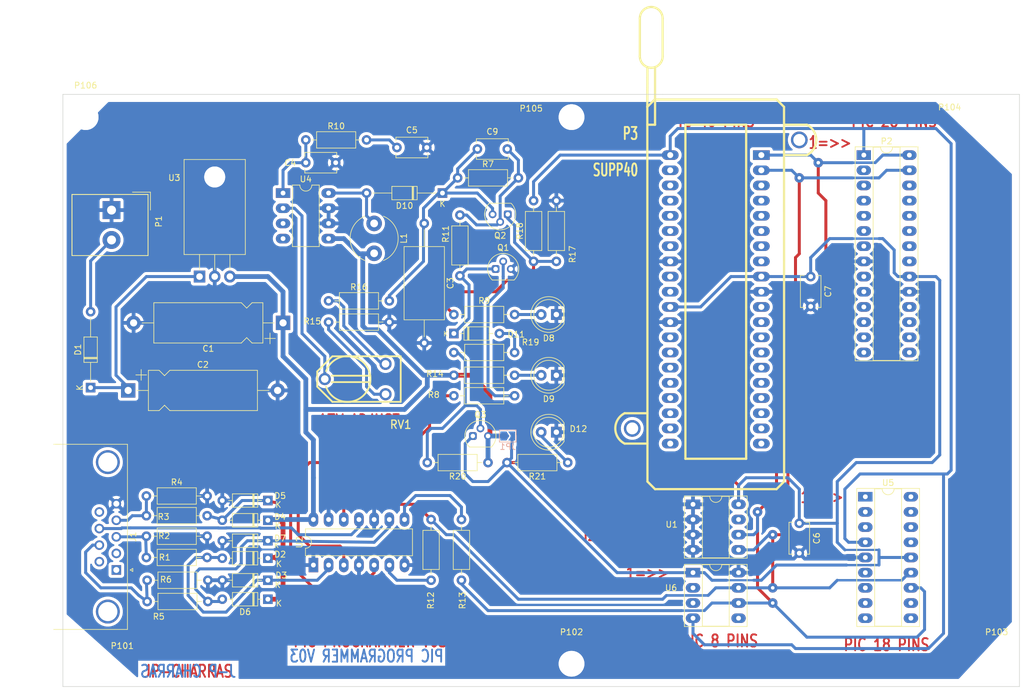
<source format=kicad_pcb>
(kicad_pcb (version 20241229) (generator "pcbnew") (generator_version "9.0")
  (title_block (title "SERIAL PIC PROGRAMMER"))
  (layers (0 "F.Cu" signal "top_layer") (2 "B.Cu" signal "bottom_layer") (13 "F.Paste" user) (15 "B.Paste" user) (5 "F.SilkS" user "F.Silkscreen") (7 "B.SilkS" user "B.Silkscreen") (1 "F.Mask" user) (3 "B.Mask" user) (25 "Edge.Cuts" user))
  (net 0 "")
  (net 1 "/PC-CLOCK-OUT")
  (net 2 "GND")
  (net 3 "Net-(D1-K)")
  (net 4 "Net-(U4-Vc)")
  (net 5 "Net-(C5-Pad1)")
  (net 6 "Net-(Q2-B)")
  (net 7 "Net-(D1-A)")
  (net 8 "Net-(D2-A)")
  (net 9 "Net-(D4-A)")
  (net 10 "Net-(D6-A)")
  (net 11 "Net-(R12-Pad1)")
  (net 12 "Net-(R13-Pad1)")
  (net 13 "Net-(R15-Pad1)")
  (net 14 "Net-(R16-Pad1)")
  (net 15 "Net-(R8-Pad1)")
  (net 16 "Net-(D8-A)")
  (net 17 "VCC")
  (net 18 "VPP")
  (net 19 "Net-(D9-A)")
  (net 20 "Net-(D10-A)")
  (net 21 "Net-(D11-A)")
  (net 22 "Net-(D11-K)")
  (net 23 "Net-(D12-A)")
  (net 24 "/pic_sockets/VCC_PIC")
  (net 25 "/CLOCK-RB6")
  (net 26 "/DATA-RB7")
  (net 29 "Net-(Q1-B)")
  (net 31 "/PC-DATA-IN")
  (net 32 "/PC-DATA-OUT")
  (net 33 "/VPP_ON")
  (net 34 "Net-(Q2-C)")
  (net 36 "Net-(Q3-B)")
  (net 37 "Net-(U4-FB+)")
  (net 38 "/VPP{slash}MCLR")
  (footprint "footprints:CP_Axial_L18.0mm_D6.5mm_P25.00mm_Horizontal" (layer "F.Cu") (at 110.49 78.867 180)
    (property "Reference" "C1")
    (property "Value" "100µF")
  )
  (footprint "footprints:CP_Axial_L18.0mm_D6.5mm_P25.00mm_Horizontal" (layer "F.Cu") (at 84.58199999999999 90.17)
    (property "Reference" "C2")
    (property "Value" "220uF")
  )
  (footprint "footprints:MountingHole_4.3mm_M4" (layer "F.Cu") (at 77.47 135.89)
    (property "Reference" "P101")
    (property "Value" "CONN_1")
  )
  (footprint "footprints:MountingHole_4.3mm_M4" (layer "F.Cu") (at 158.75 135.89)
    (property "Reference" "P102")
    (property "Value" "CONN_1")
  )
  (footprint "footprints:MountingHole_4.3mm_M4" (layer "F.Cu") (at 229.87 135.89)
    (property "Reference" "P103")
    (property "Value" "CONN_1")
  )
  (footprint "footprints:MountingHole_4.3mm_M4" (layer "F.Cu") (at 229.87 44.45)
    (property "Reference" "P104")
    (property "Value" "CONN_1")
  )
  (footprint "footprints:MountingHole_4.3mm_M4" (layer "F.Cu") (at 158.75 44.45)
    (property "Reference" "P105")
    (property "Value" "CONN_1")
  )
  (footprint "footprints:MountingHole_4.3mm_M4" (layer "F.Cu") (at 77.47 44.45)
    (property "Reference" "P106")
    (property "Value" "CONN_1")
  )
  (footprint "footprints:40tex-Ell600" (layer "F.Cu") (at 175.26 50.8)
    (property "Reference" "P3")
    (property "Value" "SUPP40")
  )
  (footprint "footprints:DIP-8_W7.62mm_Socket_LongPads" (layer "F.Cu") (at 179.07 120.65)
    (property "Reference" "U6")
    (property "Value" "PIC_8_PINS")
  )
  (footprint "footprints:DIP-8_W7.62mm_Socket_LongPads" (layer "F.Cu") (at 179.07 109.22)
    (property "Reference" "U1")
    (property "Value" "24Cxx")
  )
  (footprint "footprints:DIP-8_W7.62mm_LongPads" (layer "F.Cu") (at 110.49 57.15)
    (property "Reference" "U4")
    (property "Value" "LT1373")
  )
  (footprint "footprints:DIP-28_W7.62mm_Socket_LongPads" (layer "F.Cu") (at 207.645 50.8)
    (property "Reference" "P2")
    (property "Value" "SUPP28")
  )
  (footprint "footprints:DIP-18_W7.62mm_Socket_LongPads" (layer "F.Cu") (at 207.899 107.95)
    (property "Reference" "U5")
    (property "Value" "PIC_18_PINS")
  )
  (footprint "footprints:DIP-14_W7.62mm_LongPads" (layer "F.Cu") (at 115.57 119.38 90)
    (property "Reference" "U2")
    (property "Value" "74HC125")
  )
  (footprint "footprints:D_DO-35_SOD27_P7.62mm_Horizontal" (layer "F.Cu") (at 107.95 118.237 180)
    (property "Reference" "D2")
    (property "Value" "BAT43")
  )
  (footprint "footprints:D_DO-35_SOD27_P7.62mm_Horizontal" (layer "F.Cu") (at 107.95 121.92 180)
    (property "Reference" "D3")
    (property "Value" "BAT43")
  )
  (footprint "footprints:D_DO-35_SOD27_P7.62mm_Horizontal" (layer "F.Cu") (at 107.95 111.887 180)
    (property "Reference" "D4")
    (property "Value" "BAT43")
  )
  (footprint "footprints:D_DO-35_SOD27_P7.62mm_Horizontal" (layer "F.Cu") (at 107.95 108.585 180)
    (property "Reference" "D5")
    (property "Value" "BAT43")
  )
  (footprint "footprints:D_DO-35_SOD27_P7.62mm_Horizontal" (layer "F.Cu") (at 139.065 80.645)
    (property "Reference" "D11")
    (property "Value" "BAT43")
  )
  (footprint "footprints:D_DO-35_SOD27_P7.62mm_Horizontal" (layer "F.Cu") (at 107.95 115.316 180)
    (property "Reference" "D7")
    (property "Value" "BAT43")
  )
  (footprint "footprints:D_DO-35_SOD27_P7.62mm_Horizontal" (layer "F.Cu") (at 107.95 125.095 180)
    (property "Reference" "D6")
    (property "Value" "BAT43")
  )
  (footprint "footprints:DSUB-9_Female_Horizontal_P2.77x2.84mm_EdgePinOffset7.70mm_Housed_MountingHolesOffset9.12mm" (layer "F.Cu") (at 82.59999999999999 120.2 -90)
    (property "Reference" "J1")
    (property "Value" "DB9-FEMAL")
  )
  (footprint "footprints:TO-92" (layer "F.Cu") (at 142.24 97.79000000000001)
    (property "Reference" "Q3")
    (property "Value" "BC307")
  )
  (footprint "footprints:TO-92" (layer "F.Cu") (at 148.082 60.706 180)
    (property "Reference" "Q2")
    (property "Value" "BC307")
  )
  (footprint "footprints:TO-92" (layer "F.Cu") (at 146.05 69.84999999999999)
    (property "Reference" "Q1")
    (property "Value" "BC237")
  )
  (footprint "footprints:R_Axial_DIN0207_L6.3mm_D2.5mm_P10.16mm_Horizontal" (layer "F.Cu") (at 152.4 68.58 90)
    (property "Reference" "R18")
    (property "Value" "220")
  )
  (footprint "footprints:R_Axial_DIN0207_L6.3mm_D2.5mm_P10.16mm_Horizontal" (layer "F.Cu") (at 114.3 48.26)
    (property "Reference" "R10")
    (property "Value" "5,1K")
  )
  (footprint "footprints:R_Axial_DIN0207_L6.3mm_D2.5mm_P10.16mm_Horizontal" (layer "F.Cu") (at 139.065 77.47)
    (property "Reference" "R9")
    (property "Value" "2.2K")
  )
  (footprint "footprints:R_Axial_DIN0207_L6.3mm_D2.5mm_P10.16mm_Horizontal" (layer "F.Cu") (at 87.63 118.11)
    (property "Reference" "R1")
    (property "Value" "10K")
  )
  (footprint "footprints:R_Axial_DIN0207_L6.3mm_D2.5mm_P10.16mm_Horizontal" (layer "F.Cu") (at 87.63 114.554)
    (property "Reference" "R2")
    (property "Value" "10K")
  )
  (footprint "footprints:R_Axial_DIN0207_L6.3mm_D2.5mm_P10.16mm_Horizontal" (layer "F.Cu") (at 87.63 111.125)
    (property "Reference" "R3")
    (property "Value" "10K")
  )
  (footprint "footprints:R_Axial_DIN0207_L6.3mm_D2.5mm_P10.16mm_Horizontal" (layer "F.Cu") (at 87.63 107.823)
    (property "Reference" "R4")
    (property "Value" "10K")
  )
  (footprint "footprints:R_Axial_DIN0207_L6.3mm_D2.5mm_P10.16mm_Horizontal" (layer "F.Cu") (at 87.75700000000001 125.476)
    (property "Reference" "R5")
    (property "Value" "10K")
  )
  (footprint "footprints:R_Axial_DIN0207_L6.3mm_D2.5mm_P10.16mm_Horizontal" (layer "F.Cu") (at 139.7 54.61)
    (property "Reference" "R7")
    (property "Value" "10K")
  )
  (footprint "footprints:R_Axial_DIN0207_L6.3mm_D2.5mm_P10.16mm_Horizontal" (layer "F.Cu") (at 87.75700000000001 121.92)
    (property "Reference" "R6")
    (property "Value" "10K")
  )
  (footprint "footprints:R_Axial_DIN0207_L6.3mm_D2.5mm_P10.16mm_Horizontal" (layer "F.Cu") (at 158.115 102.235 180)
    (property "Reference" "R21")
    (property "Value" "470")
  )
  (footprint "footprints:R_Axial_DIN0207_L6.3mm_D2.5mm_P10.16mm_Horizontal" (layer "F.Cu") (at 144.78 102.235 180)
    (property "Reference" "R20")
    (property "Value" "2.2K")
  )
  (footprint "footprints:R_Axial_DIN0207_L6.3mm_D2.5mm_P10.16mm_Horizontal" (layer "F.Cu") (at 149.225 83.81999999999999 180)
    (property "Reference" "R19")
    (property "Value" "2.2K")
  )
  (footprint "footprints:R_Axial_DIN0207_L6.3mm_D2.5mm_P10.16mm_Horizontal" (layer "F.Cu") (at 156.21 68.58 90)
    (property "Reference" "R17")
    (property "Value" "22K")
  )
  (footprint "footprints:R_Axial_DIN0207_L6.3mm_D2.5mm_P10.16mm_Horizontal" (layer "F.Cu") (at 118.11 75.184)
    (property "Reference" "R16")
    (property "Value" "62K")
  )
  (footprint "footprints:R_Axial_DIN0207_L6.3mm_D2.5mm_P10.16mm_Horizontal" (layer "F.Cu") (at 118.11 78.73999999999999)
    (property "Reference" "R15")
    (property "Value" "6.2K")
  )
  (footprint "footprints:R_Axial_DIN0207_L6.3mm_D2.5mm_P10.16mm_Horizontal" (layer "F.Cu") (at 139.065 87.63)
    (property "Reference" "R14")
    (property "Value" "470")
  )
  (footprint "footprints:R_Axial_DIN0207_L6.3mm_D2.5mm_P10.16mm_Horizontal" (layer "F.Cu") (at 140.335 111.76 -90)
    (property "Reference" "R13")
    (property "Value" "470")
  )
  (footprint "footprints:R_Axial_DIN0207_L6.3mm_D2.5mm_P10.16mm_Horizontal" (layer "F.Cu") (at 139.065 91.059)
    (property "Reference" "R8")
    (property "Value" "1K")
  )
  (footprint "footprints:R_Axial_DIN0207_L6.3mm_D2.5mm_P10.16mm_Horizontal" (layer "F.Cu") (at 135.255 121.92 90)
    (property "Reference" "R12")
    (property "Value" "470")
  )
  (footprint "footprints:LED_D5.0mm" (layer "F.Cu") (at 156.21 77.47 180)
    (property "Reference" "D8")
    (property "Value" "RED-LED")
  )
  (footprint "footprints:LED_D5.0mm" (layer "F.Cu") (at 156.21 87.63 180)
    (property "Reference" "D9")
    (property "Value" "GREEN-LED")
  )
  (footprint "footprints:LED_D5.0mm" (layer "F.Cu") (at 156.21 97.155 180)
    (property "Reference" "D12")
    (property "Value" "YELLOW-LED")
  )
  (footprint "footprints:C_Disc_D5.1mm_W3.2mm_P5.00mm" (layer "F.Cu") (at 114.3 52.07)
    (property "Reference" "C4")
    (property "Value" "0")
  )
  (footprint "footprints:C_Disc_D5.1mm_W3.2mm_P5.00mm" (layer "F.Cu") (at 129.54 49.53)
    (property "Reference" "C5")
    (property "Value" "10nF")
  )
  (footprint "footprints:C_Disc_D5.1mm_W3.2mm_P5.00mm" (layer "F.Cu") (at 198.755 71.12 -90)
    (property "Reference" "C7")
    (property "Value" "100nF")
  )
  (footprint "footprints:C_Disc_D5.1mm_W3.2mm_P5.00mm" (layer "F.Cu") (at 143.002 49.784)
    (property "Reference" "C9")
    (property "Value" "220nF")
  )
  (footprint "footprints:C_Disc_D5.1mm_W3.2mm_P5.00mm" (layer "F.Cu") (at 196.85 112.395 -90)
    (property "Reference" "C6")
    (property "Value" "100nF")
  )
  (footprint "footprints:D_DO-35_SOD27_P12.70mm_Horizontal" (layer "F.Cu") (at 137.16 57.15 180)
    (property "Reference" "D10")
    (property "Value" "SCHOTTKY")
  )
  (footprint "footprints:RV2X4" (layer "F.Cu") (at 127.635 90.80500000000001 180)
    (property "Reference" "RV1")
    (property "Value" "1K")
  )
  (footprint "footprints:Altech_AK300_1x02_P5.00mm_45-Degree" (layer "F.Cu") (at 81.8 60 -90)
    (property "Reference" "P1")
    (property "Value" "CONN_2")
  )
  (footprint "footprints:TO-220-3_Horizontal_TabDown" (layer "F.Cu") (at 96.52 71.12)
    (property "Reference" "U3")
    (property "Value" "7805")
  )
  (footprint "footprints:R_Axial_DIN0207_L6.3mm_D2.5mm_P10.16mm_Horizontal" (layer "F.Cu") (at 140.081 70.99299999999999 90)
    (property "Reference" "R11")
    (property "Value" "22K")
  )
  (footprint "footprints:C_Axial_L12.0mm_D6.5mm_P20.00mm_Horizontal" (layer "F.Cu") (at 134.112 62.23 -90)
    (property "Reference" "C3")
    (property "Value" "22uF/25V")
  )
  (footprint "footprints:L_Radial_D7.8mm_P5.00mm_Fastron_07HCP" (layer "F.Cu") (at 125.73 62.23 -90)
    (property "Reference" "L1")
    (property "Value" "22uH")
  )
  (footprint "footprints:D_DO-35_SOD27_P12.70mm_Horizontal" (layer "F.Cu") (at 78.3 89.7 90)
    (property "Reference" "D1")
    (property "Value" "1N4004")
  )
  (footprint "footprints:SolderJumper-2_P1.3mm_Open_TrianglePad1.0x1.5mm" (layer "B.Cu") (at 148.082 97.79000000000001)
    (property "Reference" "JP1")
    (property "Value" "JUMPER")
  )
  (gr_line (start 73.66 139.7) (end 73.66 40.64) (stroke (width 0.1)) (layer "Edge.Cuts"))
  (gr_line (start 173.99 40.64) (end 233.68 40.64) (stroke (width 0.1)) (layer "Edge.Cuts"))
  (gr_line (start 73.66 40.64) (end 173.99 40.64) (stroke (width 0.1)) (layer "Edge.Cuts"))
  (gr_line (start 233.68 139.7) (end 73.66 139.7) (stroke (width 0.1)) (layer "Edge.Cuts"))
  (gr_line (start 233.68 40.64) (end 233.68 139.7) (stroke (width 0.1)) (layer "Edge.Cuts"))
  (gr_text "+8/12V" (at 81.5 55.5 0) (layer "F.Cu") (effects (font (size 2.032 1.524) (thickness 0.3048))))
  (gr_text "VCC ON" (at 162.9 99.09999999999999 0) (layer "F.Cu") (effects (font (size 2.032 1.524) (thickness 0.3048))))
  (gr_text "JP-CHARRAS" (at 94.61499999999999 137.16 0) (layer "F.Cu") (effects (font (size 2.032 1.524) (thickness 0.3048))))
  (gr_text "1=>>" (at 167.64 48.895 0) (layer "F.Cu") (effects (font (size 2.032 1.524) (thickness 0.3048))))
  (gr_text "PWR ON" (at 163.83 88.90000000000001 0) (layer "F.Cu") (effects (font (size 2.032 1.524) (thickness 0.3048))))
  (gr_text "PIC PROGRAMMER V03" (at 125.095 132.08 0) (layer "F.Cu") (effects (font (size 2.032 1.524) (thickness 0.3048))))
  (gr_text "1=>>" (at 200.66 107.95 0) (layer "F.Cu") (effects (font (size 2.032 1.524) (thickness 0.3048))))
  (gr_text "PIC 18 PINS" (at 211.455 132.715 0) (layer "F.Cu") (effects (font (size 2.032 1.524) (thickness 0.3048))))
  (gr_text "I2C PROM" (at 166.37 114.3 0) (layer "F.Cu") (effects (font (size 2.032 1.524) (thickness 0.3048))))
  (gr_text "VPP ON" (at 163.195 80.645 0) (layer "F.Cu") (effects (font (size 2.032 1.524) (thickness 0.3048))))
  (gr_text "1=>>" (at 171.45 109.22 0) (layer "F.Cu") (effects (font (size 2.032 1.524) (thickness 0.3048))))
  (gr_text "13V ADJUST" (at 123.19 95.25 0) (layer "F.Cu") (effects (font (size 2.032 1.524) (thickness 0.3048))))
  (gr_text "PIC 8 PINS" (at 183.515 132.08 0) (layer "F.Cu") (effects (font (size 2.032 1.524) (thickness 0.3048))))
  (gr_text "PIC 28 PINS" (at 212.725 45.085 0) (layer "F.Cu") (effects (font (size 2.032 1.524) (thickness 0.3048))))
  (gr_text "1=>>" (at 171.45 120.65 0) (layer "F.Cu") (effects (font (size 2.032 1.524) (thickness 0.3048))))
  (gr_text "PIC 40 PINS" (at 182.245 45.085 0) (layer "F.Cu") (effects (font (size 2.032 1.524) (thickness 0.3048))))
  (gr_text "1=>>" (at 202 48.7 0) (layer "F.Cu") (effects (font (size 2.032 1.524) (thickness 0.3048))))
  (gr_text "J-P CHARRAS" (at 94.61499999999999 137.16 0) (layer "B.Cu") (effects (font (size 2.032 1.524) (thickness 0.3048)) (justify mirror)))
  (gr_text "PIC PROGRAMMER V03" (at 124.46 134.62 0) (layer "B.Cu") (effects (font (size 2.032 1.524) (thickness 0.3048)) (justify mirror)))
  (segment (start 85.09 123.19) (end 86.36 124.46) (width 0.5) (layer "B.Cu") (net 1))
  (segment (start 77.47 117.475) (end 77.47 120.65) (width 0.5) (layer "B.Cu") (net 1))
  (segment (start 78.62863 116.045) (end 77.47 117.20363) (width 0.5) (layer "B.Cu") (net 1))
  (segment (start 86.36 124.46) (end 87.75700000000001 125.476) (width 0.5) (layer "B.Cu") (net 1))
  (segment (start 80.01000000000001 123.19) (end 85.09 123.19) (width 0.5) (layer "B.Cu") (net 1))
  (segment (start 87.75700000000001 125.476) (end 87.63 121.92) (width 0.5) (layer "B.Cu") (net 1))
  (segment (start 79.76000000000001 116.045) (end 78.62863 116.045) (width 0.5) (layer "B.Cu") (net 1))
  (segment (start 77.47 120.65) (end 80.01000000000001 123.19) (width 0.5) (layer "B.Cu") (net 1))
  (segment (start 77.47 117.20363) (end 77.47 117.475) (width 0.5) (layer "B.Cu") (net 1))
  (segment (start 82.55 76.2) (end 87.63 71.12) (width 0.5) (layer "B.Cu") (net 3))
  (segment (start 84.11199999999999 89.7) (end 84.58199999999999 90.17) (width 0.5) (layer "B.Cu") (net 3))
  (segment (start 84.455 89.535) (end 82.55 87.63) (width 0.5) (layer "B.Cu") (net 3))
  (segment (start 78.3 89.7) (end 84.11199999999999 89.7) (width 0.5) (layer "B.Cu") (net 3))
  (segment (start 87.63 71.12) (end 96.52 71.12) (width 0.5) (layer "B.Cu") (net 3))
  (segment (start 82.55 87.63) (end 82.55 76.2) (width 0.5) (layer "B.Cu") (net 3))
  (segment (start 84.455 90.17) (end 84.455 89.535) (width 0.5) (layer "B.Cu") (net 3))
  (segment (start 114.3 48.26) (end 114.3 52.07) (width 0.5) (layer "B.Cu") (net 4))
  (segment (start 110.49 57.15) (end 110.49 53.34) (width 0.5) (layer "B.Cu") (net 4))
  (segment (start 110.49 53.34) (end 111.76 52.07) (width 0.5) (layer "B.Cu") (net 4))
  (segment (start 111.76 52.07) (end 114.3 52.07) (width 0.5) (layer "B.Cu") (net 4))
  (segment (start 124.46 48.26) (end 128.27 48.26) (width 0.5) (layer "B.Cu") (net 5))
  (segment (start 128.27 48.26) (end 129.54 49.53) (width 0.5) (layer "B.Cu") (net 5))
  (segment (start 149.86 51.642) (end 149.86 54.61) (width 0.5) (layer "B.Cu") (net 6))
  (segment (start 141.21237 60.833) (end 142.855369 62.475999) (width 0.5) (layer "B.Cu") (net 6))
  (segment (start 146.312001 62.475999) (end 146.812 61.976) (width 0.5) (layer "B.Cu") (net 6))
  (segment (start 146.812 57.658) (end 149.86 54.61) (width 0.5) (layer "B.Cu") (net 6))
  (segment (start 148.002 49.784) (end 149.86 51.642) (width 0.5) (layer "B.Cu") (net 6))
  (segment (start 146.812 61.976) (end 146.812 57.658) (width 0.5) (layer "B.Cu") (net 6))
  (segment (start 140.081 60.833) (end 141.21237 60.833) (width 0.5) (layer "B.Cu") (net 6))
  (segment (start 142.855369 62.475999) (end 146.312001 62.475999) (width 0.5) (layer "B.Cu") (net 6))
  (segment (start 78.3 68.5) (end 78.3 77) (width 0.5) (layer "B.Cu") (net 7))
  (segment (start 81.8 65) (end 78.3 68.5) (width 0.5) (layer "B.Cu") (net 7))
  (segment (start 106.045 121.92) (end 107.95 121.92) (width 0.5) (layer "B.Cu") (net 8))
  (segment (start 95.88500000000001 118.11) (end 94.61499999999999 119.38) (width 0.5) (layer "B.Cu") (net 8))
  (segment (start 97.79000000000001 118.11) (end 95.88500000000001 118.11) (width 0.5) (layer "B.Cu") (net 8))
  (segment (start 107.95 121.92) (end 116.205 121.92) (width 0.5) (layer "B.Cu") (net 8))
  (segment (start 97.155 127.254) (end 100.965 127.254) (width 0.5) (layer "B.Cu") (net 8))
  (segment (start 118.11 120.015) (end 118.11 119.38) (width 0.5) (layer "B.Cu") (net 8))
  (segment (start 94.61499999999999 124.46) (end 97.155 127.254) (width 0.5) (layer "B.Cu") (net 8))
  (segment (start 94.61499999999999 119.38) (end 94.61499999999999 124.46) (width 0.5) (layer "B.Cu") (net 8))
  (segment (start 116.205 121.92) (end 118.11 120.015) (width 0.5) (layer "B.Cu") (net 8))
  (segment (start 100.33 118.11) (end 97.79000000000001 118.11) (width 0.5) (layer "B.Cu") (net 8))
  (segment (start 100.965 127.254) (end 106.045 121.92) (width 0.5) (layer "B.Cu") (net 8))
  (segment (start 111.76 119.38) (end 115.57 123.19) (width 0.5) (layer "F.Cu") (net 9))
  (segment (start 125.73 120.65) (end 125.73 119.38) (width 0.5) (layer "F.Cu") (net 9))
  (segment (start 111.76 109.855) (end 111.76 119.38) (width 0.5) (layer "F.Cu") (net 9))
  (segment (start 115.57 123.19) (end 123.19 123.19) (width 0.5) (layer "F.Cu") (net 9))
  (segment (start 107.95 108.712) (end 111.125 109.22) (width 0.5) (layer "F.Cu") (net 9))
  (segment (start 111.125 109.22) (end 111.76 109.855) (width 0.5) (layer "F.Cu") (net 9))
  (segment (start 123.19 123.19) (end 125.73 120.65) (width 0.5) (layer "F.Cu") (net 9))
  (segment (start 107.95 108.585) (end 103.632 108.585) (width 0.5) (layer "B.Cu") (net 9))
  (segment (start 100.33 111.76) (end 97.79000000000001 111.125) (width 0.5) (layer "B.Cu") (net 9))
  (segment (start 103.632 108.585) (end 100.33 111.887) (width 0.5) (layer "B.Cu") (net 9))
  (segment (start 99.949 125.476) (end 100.33 125.095) (width 0.5) (layer "B.Cu") (net 10))
  (segment (start 95.88500000000001 123.444) (end 97.917 125.476) (width 0.5) (layer "B.Cu") (net 10))
  (segment (start 102.616 120.015) (end 103.505 119.126) (width 0.5) (layer "B.Cu") (net 10))
  (segment (start 97.917 125.476) (end 99.949 125.476) (width 0.5) (layer "B.Cu") (net 10))
  (segment (start 128.27 111.76) (end 128.27 113.03) (width 0.5) (layer "B.Cu") (net 10))
  (segment (start 96.52 120.015) (end 102.616 120.015) (width 0.5) (layer "B.Cu") (net 10))
  (segment (start 95.88500000000001 122.555) (end 95.88500000000001 123.444) (width 0.5) (layer "B.Cu") (net 10))
  (segment (start 103.505 116.332) (end 104.521 115.316) (width 0.5) (layer "B.Cu") (net 10))
  (segment (start 128.27 113.03) (end 125.73 115.57) (width 0.5) (layer "B.Cu") (net 10))
  (segment (start 104.521 115.316) (end 107.95 115.316) (width 0.5) (layer "B.Cu") (net 10))
  (segment (start 107.95 115.316) (end 125.73 115.57) (width 0.5) (layer "B.Cu") (net 10))
  (segment (start 95.88500000000001 120.65) (end 96.52 120.015) (width 0.5) (layer "B.Cu") (net 10))
  (segment (start 103.505 119.126) (end 103.505 116.332) (width 0.5) (layer "B.Cu") (net 10))
  (segment (start 95.88500000000001 122.555) (end 95.88500000000001 120.65) (width 0.5) (layer "B.Cu") (net 10))
  (segment (start 128.27 119.38) (end 128.27 120.65) (width 0.5) (layer "B.Cu") (net 11))
  (segment (start 128.27 120.65) (end 129.54 121.92) (width 0.5) (layer "B.Cu") (net 11))
  (segment (start 129.54 121.92) (end 135.255 121.92) (width 0.5) (layer "B.Cu") (net 11))
  (segment (start 130.81 109.6264) (end 132.6896 107.7468) (width 0.5) (layer "B.Cu") (net 12))
  (segment (start 132.6896 107.7468) (end 138.4046 107.7468) (width 0.5) (layer "B.Cu") (net 12))
  (segment (start 138.4046 107.7468) (end 140.335 109.6772) (width 0.5) (layer "B.Cu") (net 12))
  (segment (start 140.335 109.6772) (end 140.335 111.76) (width 0.5) (layer "B.Cu") (net 12))
  (segment (start 130.81 111.76) (end 130.81 109.6264) (width 0.5) (layer "B.Cu") (net 12))
  (segment (start 118.11 80.01000000000001) (end 124.46 86.36) (width 0.5) (layer "B.Cu") (net 13))
  (segment (start 124.46 86.36) (end 124.46 89.535) (width 0.5) (layer "B.Cu") (net 13))
  (segment (start 125.73 90.80500000000001) (end 127.635 90.80500000000001) (width 0.5) (layer "B.Cu") (net 13))
  (segment (start 118.11 78.73999999999999) (end 118.11 80.01000000000001) (width 0.5) (layer "B.Cu") (net 13))
  (segment (start 124.46 89.535) (end 125.73 90.80500000000001) (width 0.5) (layer "B.Cu") (net 13))
  (segment (start 119.634 75.184) (end 120.65 76.2) (width 0.5) (layer "B.Cu") (net 14))
  (segment (start 120.65 79.375) (end 127 85.72499999999999) (width 0.5) (layer "B.Cu") (net 14))
  (segment (start 127 85.72499999999999) (end 127.635 85.72499999999999) (width 0.5) (layer "B.Cu") (net 14))
  (segment (start 118.11 75.184) (end 119.634 75.184) (width 0.5) (layer "B.Cu") (net 14))
  (segment (start 120.65 76.2) (end 120.65 79.375) (width 0.5) (layer "B.Cu") (net 14))
  (segment (start 135.001 96.26600000000001) (end 135.001 92.456) (width 0.5) (layer "F.Cu") (net 15))
  (segment (start 120.015 116.205) (end 114.935 116.205) (width 0.5) (layer "F.Cu") (net 15))
  (segment (start 114.935 102.235) (end 129.032 102.235) (width 0.5) (layer "F.Cu") (net 15))
  (segment (start 129.032 102.235) (end 135.001 96.26600000000001) (width 0.5) (layer "F.Cu") (net 15))
  (segment (start 136.398 91.059) (end 139.065 91.059) (width 0.5) (layer "F.Cu") (net 15))
  (segment (start 135.001 92.456) (end 136.398 91.059) (width 0.5) (layer "F.Cu") (net 15))
  (segment (start 113.03 104.14) (end 114.935 102.235) (width 0.5) (layer "F.Cu") (net 15))
  (segment (start 113.03 114.3) (end 113.03 104.14) (width 0.5) (layer "F.Cu") (net 15))
  (segment (start 120.65 116.84) (end 120.015 116.205) (width 0.5) (layer "F.Cu") (net 15))
  (segment (start 114.935 116.205) (end 113.03 114.3) (width 0.5) (layer "F.Cu") (net 15))
  (segment (start 120.65 119.38) (end 120.65 116.84) (width 0.5) (layer "F.Cu") (net 15))
  (segment (start 153.67 77.47) (end 149.225 77.47) (width 0.5) (layer "B.Cu") (net 16))
  (segment (start 110.49 124.155) (end 110.49 119.38) (width 0.8) (layer "F.Cu") (net 17))
  (segment (start 145.1 97.47) (end 144.78 97.79000000000001) (width 0.8) (layer "F.Cu") (net 17))
  (segment (start 141.986 87.63) (end 145.1 90.744) (width 0.8) (layer "F.Cu") (net 17))
  (segment (start 109.55 125.095) (end 110.49 124.155) (width 0.8) (layer "F.Cu") (net 17))
  (segment (start 145.1 90.744) (end 145.1 97.47) (width 0.8) (layer "F.Cu") (net 17))
  (segment (start 110.49 119.38) (end 109.22 118.11) (width 0.8) (layer "F.Cu") (net 17))
  (segment (start 107.95 125.095) (end 109.55 125.095) (width 0.8) (layer "F.Cu") (net 17))
  (segment (start 109.22 118.11) (end 107.95 118.11) (width 0.8) (layer "F.Cu") (net 17))
  (segment (start 109.855 111.76) (end 110.49 112.395) (width 0.8) (layer "F.Cu") (net 17))
  (segment (start 110.49 112.395) (end 110.49 116.84) (width 0.8) (layer "F.Cu") (net 17))
  (segment (start 107.95 111.76) (end 109.855 111.76) (width 0.8) (layer "F.Cu") (net 17))
  (segment (start 139.065 87.63) (end 141.986 87.63) (width 0.8) (layer "F.Cu") (net 17))
  (segment (start 110.49 116.84) (end 109.22 118.11) (width 0.8) (layer "F.Cu") (net 17))
  (segment (start 144.78 97.79000000000001) (end 144.78 97.917) (width 0.8) (layer "B.Cu") (net 17))
  (segment (start 124.46 80.01000000000001) (end 123.825 79.375) (width 0.8) (layer "B.Cu") (net 17))
  (segment (start 134.62 87.63) (end 133.985 87.63) (width 0.8) (layer "B.Cu") (net 17))
  (segment (start 107.95 111.76) (end 115.57 111.76) (width 0.8) (layer "B.Cu") (net 17))
  (segment (start 114.3 88.265) (end 114.3 93.345) (width 0.8) (layer "B.Cu") (net 17))
  (segment (start 110.49 78.73999999999999) (end 110.49 73.66) (width 0.8) (layer "B.Cu") (net 17))
  (segment (start 110.49 73.66) (end 107.95 71.12) (width 0.8) (layer "B.Cu") (net 17))
  (segment (start 123.825 67.31) (end 123.19 67.31) (width 0.8) (layer "B.Cu") (net 17))
  (segment (start 130.81 93.345) (end 134.62 89.535) (width 0.8) (layer "B.Cu") (net 17))
  (segment (start 147.447 97.79000000000001) (end 144.78 97.79000000000001) (width 0.8) (layer "B.Cu") (net 17))
  (segment (start 114.3 93.345) (end 114.3 97.155) (width 0.8) (layer "B.Cu") (net 17))
  (segment (start 115.57 111.76) (end 115.57 104.775) (width 0.8) (layer "B.Cu") (net 17))
  (segment (start 123.825 79.375) (end 123.825 67.31) (width 0.8) (layer "B.Cu") (net 17))
  (segment (start 110.49 84.455) (end 114.3 88.265) (width 0.8) (layer "B.Cu") (net 17))
  (segment (start 125.73 67.31) (end 123.825 67.31) (width 0.8) (layer "B.Cu") (net 17))
  (segment (start 133.985 87.63) (end 126.365 80.01000000000001) (width 0.8) (layer "B.Cu") (net 17))
  (segment (start 118.11 64.77) (end 120.65 64.77) (width 0.8) (layer "B.Cu") (net 17))
  (segment (start 115.57 98.425) (end 115.57 104.775) (width 0.8) (layer "B.Cu") (net 17))
  (segment (start 126.365 80.01000000000001) (end 124.46 80.01000000000001) (width 0.8) (layer "B.Cu") (net 17))
  (segment (start 114.3 97.155) (end 115.57 98.425) (width 0.8) (layer "B.Cu") (net 17))
  (segment (start 114.3 93.345) (end 130.81 93.345) (width 0.8) (layer "B.Cu") (net 17))
  (segment (start 139.065 87.63) (end 134.62 87.63) (width 0.8) (layer "B.Cu") (net 17))
  (segment (start 110.49 78.73999999999999) (end 110.49 84.455) (width 0.8) (layer "B.Cu") (net 17))
  (segment (start 123.19 67.31) (end 120.65 64.77) (width 0.8) (layer "B.Cu") (net 17))
  (segment (start 134.62 89.535) (end 134.62 87.63) (width 0.8) (layer "B.Cu") (net 17))
  (segment (start 101.6 71.12) (end 107.95 71.12) (width 0.8) (layer "B.Cu") (net 17))
  (segment (start 144.78 102.235) (end 144.78 97.917) (width 0.8) (layer "B.Cu") (net 17))
  (segment (start 139.7 54.61) (end 139.7 53.086) (width 0.5) (layer "B.Cu") (net 18))
  (segment (start 145.542 59.706) (end 142.986 57.15) (width 0.5) (layer "B.Cu") (net 18))
  (segment (start 137.16 57.15) (end 142.748 57.15) (width 0.5) (layer "B.Cu") (net 18))
  (segment (start 136.525 57.15) (end 137.16 57.15) (width 0.5) (layer "B.Cu") (net 18))
  (segment (start 133.985 68.58) (end 128.27 74.295) (width 0.5) (layer "B.Cu") (net 18))
  (segment (start 142.986 57.15) (end 142.748 57.15) (width 0.5) (layer "B.Cu") (net 18))
  (segment (start 139.7 53.086) (end 143.002 49.784) (width 0.5) (layer "B.Cu") (net 18))
  (segment (start 136.525 57.15) (end 133.985 59.69) (width 0.5) (layer "B.Cu") (net 18))
  (segment (start 133.985 62.23) (end 133.985 68.58) (width 0.5) (layer "B.Cu") (net 18))
  (segment (start 137.16 57.15) (end 139.7 54.61) (width 0.5) (layer "B.Cu") (net 18))
  (segment (start 145.542 60.706) (end 145.542 59.706) (width 0.5) (layer "B.Cu") (net 18))
  (segment (start 133.985 62.23) (end 133.985 59.69) (width 0.5) (layer "B.Cu") (net 18))
  (segment (start 128.27 74.295) (end 128.27 75.184) (width 0.5) (layer "B.Cu") (net 18))
  (segment (start 153.67 87.63) (end 149.225 87.63) (width 0.5) (layer "B.Cu") (net 19))
  (segment (start 118.11 57.15) (end 124.46 57.15) (width 0.5) (layer "B.Cu") (net 20))
  (segment (start 124.46 60.96) (end 125.73 62.23) (width 0.5) (layer "B.Cu") (net 20))
  (segment (start 124.46 57.15) (end 124.46 60.96) (width 0.5) (layer "B.Cu") (net 20))
  (segment (start 146.685 80.645) (end 148.59 80.645) (width 0.5) (layer "B.Cu") (net 21))
  (segment (start 148.59 80.645) (end 149.225 81.28) (width 0.5) (layer "B.Cu") (net 21))
  (segment (start 149.225 81.28) (end 149.225 83.81999999999999) (width 0.5) (layer "B.Cu") (net 21))
  (segment (start 141.605 72.517) (end 140.081 70.99299999999999) (width 0.5) (layer "B.Cu") (net 22))
  (segment (start 141.605 78.105) (end 141.605 72.517) (width 0.5) (layer "B.Cu") (net 22))
  (segment (start 141.224 69.84999999999999) (end 146.05 69.84999999999999) (width 0.5) (layer "B.Cu") (net 22))
  (segment (start 140.081 70.99299999999999) (end 141.224 69.84999999999999) (width 0.5) (layer "B.Cu") (net 22))
  (segment (start 139.065 80.645) (end 141.605 78.105) (width 0.5) (layer "B.Cu") (net 22))
  (segment (start 153.67 97.155) (end 153.67 97.79000000000001) (width 0.5) (layer "B.Cu") (net 23))
  (segment (start 153.67 97.79000000000001) (end 158.115 102.235) (width 0.5) (layer "B.Cu") (net 23))
  (segment (start 154.305 104.775) (end 151.765 102.235) (width 0.5) (layer "F.Cu") (net 24))
  (segment (start 151.765 102.235) (end 147.955 102.235) (width 0.5) (layer "F.Cu") (net 24))
  (segment (start 185.42 104.775) (end 186.69 106.045) (width 0.5) (layer "F.Cu") (net 24))
  (segment (start 186.69 109.22) (end 186.69 106.045) (width 0.5) (layer "F.Cu") (net 24))
  (segment (start 170.18 104.775) (end 154.305 104.775) (width 0.5) (layer "F.Cu") (net 24))
  (segment (start 170.18 104.775) (end 185.42 104.775) (width 0.5) (layer "F.Cu") (net 24))
  (segment (start 184.7 121.92) (end 189.23 121.92) (width 0.35) (layer "B.Cu") (net 24))
  (segment (start 204.47 116.84) (end 210.185 116.84) (width 0.35) (layer "B.Cu") (net 24))
  (segment (start 148.717 101.473) (end 147.955 102.235) (width 0.5) (layer "B.Cu") (net 24))
  (segment (start 148.717 99.31399999999999) (end 148.717 101.473) (width 0.5) (layer "B.Cu") (net 24))
  (segment (start 206.375 102.235) (end 219.075 102.235) (width 0.5) (layer "B.Cu") (net 24))
  (segment (start 212.725 70.485) (end 213.36 71.12) (width 0.5) (layer "B.Cu") (net 24))
  (segment (start 148.807 99.224) (end 148.717 99.31399999999999) (width 0.5) (layer "B.Cu") (net 24))
  (segment (start 212.725 66.675) (end 212.725 70.485) (width 0.5) (layer "B.Cu") (net 24))
  (segment (start 204.724 119.38) (end 193.04 119.38) (width 0.5) (layer "B.Cu") (net 24))
  (segment (start 210.185 118.11) (end 210.185 116.84) (width 0.5) (layer "B.Cu") (net 24))
  (segment (start 220.345 71.755) (end 219.71 71.12) (width 0.5) (layer "B.Cu") (net 24))
  (segment (start 220.345 100.965) (end 220.345 71.755) (width 0.5) (layer "B.Cu") (net 24))
  (segment (start 204.73401 119.39001) (end 204.724 119.38) (width 0.5) (layer "B.Cu") (net 24))
  (segment (start 148.807 97.79000000000001) (end 148.807 99.224) (width 0.5) (layer "B.Cu") (net 24))
  (segment (start 179.07 120.65) (end 166.37 120.65) (width 0.5) (layer "B.Cu") (net 24))
  (segment (start 190.5 71.12) (end 198.755 71.12) (width 0.5) (layer "B.Cu") (net 24))
  (segment (start 186.69 106.045) (end 187.96 104.775) (width 0.5) (layer "B.Cu") (net 24))
  (segment (start 196.85 112.395) (end 196.85 106.68) (width 0.5) (layer "B.Cu") (net 24))
  (segment (start 166.37 120.65) (end 147.955 102.235) (width 0.5) (layer "B.Cu") (net 24))
  (segment (start 142.24 105.41) (end 144.78 105.41) (width 0.5) (layer "B.Cu") (net 24))
  (segment (start 193.04 119.38) (end 190.5 121.92) (width 0.5) (layer "B.Cu") (net 24))
  (segment (start 198.755 67.94499999999999) (end 201.93 64.77) (width 0.5) (layer "B.Cu") (net 24))
  (segment (start 182.245 121.92) (end 184.7 121.92) (width 0.5) (layer "B.Cu") (net 24))
  (segment (start 213.36 71.12) (end 215.265 71.12) (width 0.5) (layer "B.Cu") (net 24))
  (segment (start 196.85 106.68) (end 194.945 104.775) (width 0.5) (layer "B.Cu") (net 24))
  (segment (start 208.839207 119.38) (end 208.829197 119.39001) (width 0.4) (layer "B.Cu") (net 24))
  (segment (start 140.97 99.06) (end 142.24 97.79000000000001) (width 0.5) (layer "B.Cu") (net 24))
  (segment (start 140.97 99.06) (end 140.97 104.14) (width 0.5) (layer "B.Cu") (net 24))
  (segment (start 203.2 105.41) (end 206.375 102.235) (width 0.5) (layer "B.Cu") (net 24))
  (segment (start 203.2 105.41) (end 203.2 112.395) (width 0.5) (layer "B.Cu") (net 24))
  (segment (start 210.185 64.77) (end 210.82 64.77) (width 0.5) (layer "B.Cu") (net 24))
  (segment (start 180.34 76.2) (end 185.42 71.12) (width 0.5) (layer "B.Cu") (net 24))
  (segment (start 219.075 102.235) (end 220.345 100.965) (width 0.5) (layer "B.Cu") (net 24))
  (segment (start 208.829197 119.39001) (end 204.73401 119.39001) (width 0.4) (layer "B.Cu") (net 24))
  (segment (start 203.2 112.395) (end 203.2 115.57) (width 0.5) (layer "B.Cu") (net 24))
  (segment (start 187.96 104.775) (end 194.945 104.775) (width 0.5) (layer "B.Cu") (net 24))
  (segment (start 210.185 119.38) (end 210.185 118.11) (width 0.5) (layer "B.Cu") (net 24))
  (segment (start 140.97 104.14) (end 142.24 105.41) (width 0.5) (layer "B.Cu") (net 24))
  (segment (start 198.755 71.12) (end 198.755 67.94499999999999) (width 0.5) (layer "B.Cu") (net 24))
  (segment (start 175.26 76.2) (end 180.34 76.2) (width 0.5) (layer "B.Cu") (net 24))
  (segment (start 210.82 64.77) (end 212.725 66.675) (width 0.5) (layer "B.Cu") (net 24))
  (segment (start 210.185 118.11) (end 215.265 118.11) (width 0.5) (layer "B.Cu") (net 24))
  (segment (start 205.74 64.77) (end 210.185 64.77) (width 0.4) (layer "B.Cu") (net 24))
  (segment (start 190.5 121.92) (end 189.23 121.92) (width 0.5) (layer "B.Cu") (net 24))
  (segment (start 186.69 109.22) (end 186.69 106.045) (width 0.5) (layer "B.Cu") (net 24))
  (segment (start 196.85 112.395) (end 203.2 112.395) (width 0.5) (layer "B.Cu") (net 24))
  (segment (start 210.185 119.38) (end 208.839207 119.38) (width 0.4) (layer "B.Cu") (net 24))
  (segment (start 201.93 64.77) (end 205.74 64.77) (width 0.5) (layer "B.Cu") (net 24))
  (segment (start 144.78 105.41) (end 147.955 102.235) (width 0.5) (layer "B.Cu") (net 24))
  (segment (start 203.2 115.57) (end 204.47 116.84) (width 0.5) (layer "B.Cu") (net 24))
  (segment (start 185.42 71.12) (end 190.5 71.12) (width 0.5) (layer "B.Cu") (net 24))
  (segment (start 179.07 120.65) (end 180.975 120.65) (width 0.5) (layer "B.Cu") (net 24))
  (segment (start 180.975 120.65) (end 182.245 121.92) (width 0.5) (layer "B.Cu") (net 24))
  (segment (start 219.71 71.12) (end 215.265 71.12) (width 0.5) (layer "B.Cu") (net 24))
  (segment (start 189.865 123.19) (end 192.405 125.73) (width 0.5) (layer "F.Cu") (net 25))
  (segment (start 193.04 75.565) (end 196.215 72.39) (width 0.5) (layer "F.Cu") (net 25))
  (segment (start 196.85 67.31) (end 196.85 54.61) (width 0.5) (layer "F.Cu") (net 25))
  (segment (start 196.215 72.39) (end 196.215 67.94499999999999) (width 0.5) (layer "F.Cu") (net 25))
  (segment (start 193.04 107.315) (end 189.865 110.49) (width 0.5) (layer "F.Cu") (net 25))
  (segment (start 189.865 110.49) (end 189.865 123.19) (width 0.5) (layer "F.Cu") (net 25))
  (segment (start 196.215 67.94499999999999) (end 196.85 67.31) (width 0.5) (layer "F.Cu") (net 25))
  (segment (start 193.04 107.315) (end 193.04 75.565) (width 0.5) (layer "F.Cu") (net 25))
  (via (at 189.865 110.49) (size 1.6) (drill 0.6) (layers "F.Cu" "B.Cu") (net 25))
  (via (at 192.405 125.73) (size 1.6) (drill 0.6) (layers "F.Cu" "B.Cu") (net 25))
  (via (at 196.85 54.61) (size 1.6) (drill 0.6) (layers "F.Cu" "B.Cu") (net 25))
  (segment (start 182.245 125.73) (end 186.69 125.73) (width 0.5) (layer "B.Cu") (net 25))
  (segment (start 195.58 53.34) (end 196.85 54.61) (width 0.5) (layer "B.Cu") (net 25))
  (segment (start 190.5 53.34) (end 195.58 53.34) (width 0.5) (layer "B.Cu") (net 25))
  (segment (start 216.535 131.445) (end 217.805 130.175) (width 0.5) (layer "B.Cu") (net 25))
  (segment (start 211.455 53.34) (end 215.265 53.34) (width 0.5) (layer "B.Cu") (net 25))
  (segment (start 189.23 114.3) (end 186.69 114.3) (width 0.5) (layer "B.Cu") (net 25))
  (segment (start 182.245 125.73) (end 180.975 127) (width 0.5) (layer "B.Cu") (net 25))
  (segment (start 205.74 54.61) (end 208.915 54.61) (width 0.4318) (layer "B.Cu") (net 25))
  (segment (start 211.455 53.34) (end 210.185 54.61) (width 0.5) (layer "B.Cu") (net 25))
  (segment (start 140.335 122.555) (end 144.78 127) (width 0.5) (layer "B.Cu") (net 25))
  (segment (start 210.185 54.61) (end 208.915 54.61) (width 0.5) (layer "B.Cu") (net 25))
  (segment (start 217.805 123.825) (end 217.17 123.19) (width 0.5) (layer "B.Cu") (net 25))
  (segment (start 196.85 54.61) (end 205.74 54.61) (width 0.5) (layer "B.Cu") (net 25))
  (segment (start 140.335 121.92) (end 140.335 122.555) (width 0.5) (layer "B.Cu") (net 25))
  (segment (start 217.17 123.19) (end 215.265 123.19) (width 0.5) (layer "B.Cu") (net 25))
  (segment (start 144.78 127) (end 177.165 127) (width 0.5) (layer "B.Cu") (net 25))
  (segment (start 189.865 110.49) (end 189.865 113.665) (width 0.5) (layer "B.Cu") (net 25))
  (segment (start 217.805 130.175) (end 217.805 123.825) (width 0.5) (layer "B.Cu") (net 25))
  (segment (start 192.405 125.73) (end 198.12 131.445) (width 0.5) (layer "B.Cu") (net 25))
  (segment (start 198.12 131.445) (end 216.535 131.445) (width 0.5) (layer "B.Cu") (net 25))
  (segment (start 186.69 125.73) (end 192.405 125.73) (width 0.5) (layer "B.Cu") (net 25))
  (segment (start 189.865 113.665) (end 189.23 114.3) (width 0.5) (layer "B.Cu") (net 25))
  (segment (start 177.165 127) (end 180.975 127) (width 0.4318) (layer "B.Cu") (net 25))
  (segment (start 201.295 85.09) (end 194.945 91.44) (width 0.5) (layer "F.Cu") (net 26))
  (segment (start 194.945 91.44) (end 194.945 113.665) (width 0.5) (layer "F.Cu") (net 26))
  (segment (start 200.025 57.15) (end 200.025 52.07) (width 0.5) (layer "F.Cu") (net 26))
  (segment (start 201.295 58.42) (end 201.295 85.09) (width 0.5) (layer "F.Cu") (net 26))
  (segment (start 120.65 109.855) (end 121.285 109.22) (width 0.5) (layer "F.Cu") (net 26))
  (segment (start 192.405 114.3) (end 192.405 123.19) (width 0.5) (layer "F.Cu") (net 26))
  (segment (start 120.65 111.76) (end 120.65 109.855) (width 0.5) (layer "F.Cu") (net 26))
  (segment (start 194.945 113.665) (end 194.31 114.3) (width 0.5) (layer "F.Cu") (net 26))
  (segment (start 132.715 109.22) (end 135.255 111.76) (width 0.5) (layer "F.Cu") (net 26))
  (segment (start 194.31 114.3) (end 192.405 114.3) (width 0.5) (layer "F.Cu") (net 26))
  (segment (start 200.025 57.15) (end 201.295 58.42) (width 0.5) (layer "F.Cu") (net 26))
  (segment (start 121.285 109.22) (end 132.715 109.22) (width 0.5) (layer "F.Cu") (net 26))
  (via (at 200.025 52.07) (size 1.6) (drill 0.6) (layers "F.Cu" "B.Cu") (net 26))
  (via (at 192.405 123.19) (size 1.6) (drill 0.6) (layers "F.Cu" "B.Cu") (net 26))
  (via (at 192.405 114.3) (size 1.6) (drill 0.6) (layers "F.Cu" "B.Cu") (net 26))
  (segment (start 215.265 50.8) (end 210.82 50.8) (width 0.5) (layer "B.Cu") (net 26))
  (segment (start 209.55 52.07) (end 210.82 50.8) (width 0.5) (layer "B.Cu") (net 26))
  (segment (start 203.2 121.92) (end 213.995 121.92) (width 0.4) (layer "B.Cu") (net 26))
  (segment (start 201.93 123.19) (end 203.2 121.92) (width 0.5) (layer "B.Cu") (net 26))
  (segment (start 173.99 125.095) (end 174.625 124.46) (width 0.5) (layer "B.Cu") (net 26))
  (segment (start 181.61 124.46) (end 182.88 123.19) (width 0.5) (layer "B.Cu") (net 26))
  (segment (start 135.255 111.76) (end 137.795 114.3) (width 0.5) (layer "B.Cu") (net 26))
  (segment (start 205.74 52.07) (end 209.55 52.07) (width 0.4318) (layer "B.Cu") (net 26))
  (segment (start 200.025 52.07) (end 205.74 52.07) (width 0.5) (layer "B.Cu") (net 26))
  (segment (start 189.23 116.84) (end 186.69 116.84) (width 0.5) (layer "B.Cu") (net 26))
  (segment (start 182.88 123.19) (end 186.69 123.19) (width 0.5) (layer "B.Cu") (net 26))
  (segment (start 192.405 114.3) (end 191.77 114.3) (width 0.5) (layer "B.Cu") (net 26))
  (segment (start 186.69 123.19) (end 192.405 123.19) (width 0.5) (layer "B.Cu") (net 26))
  (segment (start 192.405 123.19) (end 201.93 123.19) (width 0.5) (layer "B.Cu") (net 26))
  (segment (start 198.755 50.8) (end 200.025 52.07) (width 0.5) (layer "B.Cu") (net 26))
  (segment (start 190.5 50.8) (end 198.755 50.8) (width 0.5) (layer "B.Cu") (net 26))
  (segment (start 139.065 114.3) (end 149.86 125.095) (width 0.5) (layer "B.Cu") (net 26))
  (segment (start 149.86 125.095) (end 173.99 125.095) (width 0.5) (layer "B.Cu") (net 26))
  (segment (start 174.625 124.46) (end 181.61 124.46) (width 0.4318) (layer "B.Cu") (net 26))
  (segment (start 213.995 121.92) (end 215.265 120.65) (width 0.5) (layer "B.Cu") (net 26))
  (segment (start 191.77 114.3) (end 189.23 116.84) (width 0.5) (layer "B.Cu") (net 26))
  (segment (start 137.795 114.3) (end 139.065 114.3) (width 0.5) (layer "B.Cu") (net 26))
  (segment (start 145.923 91.059) (end 144.78 89.916) (width 0.5) (layer "B.Cu") (net 29))
  (segment (start 147.32 71.12) (end 147.32 68.58) (width 0.5) (layer "B.Cu") (net 29))
  (segment (start 147.32 73.02500000000001) (end 147.32 71.12) (width 0.5) (layer "B.Cu") (net 29))
  (segment (start 144.78 89.916) (end 144.78 75.565) (width 0.5) (layer "B.Cu") (net 29))
  (segment (start 144.78 75.565) (end 147.32 73.02500000000001) (width 0.5) (layer "B.Cu") (net 29))
  (segment (start 149.225 91.059) (end 145.923 91.059) (width 0.5) (layer "B.Cu") (net 29))
  (segment (start 123.19 113.03) (end 123.19 111.76) (width 0.5) (layer "B.Cu") (net 31))
  (segment (start 121.92 114.3) (end 123.19 113.03) (width 0.5) (layer "B.Cu") (net 31))
  (segment (start 84.96299999999999 113.157) (end 99.67599800000001 113.157) (width 0.5) (layer "B.Cu") (net 31))
  (segment (start 106.665998 113.157) (end 106.725999 113.217001) (width 0.5) (layer "B.Cu") (net 31))
  (segment (start 106.725999 113.217001) (end 109.174001 113.217001) (width 0.5) (layer "B.Cu") (net 31))
  (segment (start 113.03 114.3) (end 121.92 114.3) (width 0.5) (layer "B.Cu") (net 31))
  (segment (start 100.984002 113.157) (end 106.665998 113.157) (width 0.5) (layer "B.Cu") (net 31))
  (segment (start 83.54300000000001 113.157) (end 83.425 113.275) (width 0.5) (layer "B.Cu") (net 31))
  (segment (start 84.96299999999999 113.157) (end 83.54300000000001 113.157) (width 0.5) (layer "B.Cu") (net 31))
  (segment (start 109.174001 113.217001) (end 109.234002 113.157) (width 0.5) (layer "B.Cu") (net 31))
  (segment (start 109.234002 113.157) (end 111.887 113.157) (width 0.5) (layer "B.Cu") (net 31))
  (segment (start 100.954001 113.187001) (end 100.984002 113.157) (width 0.5) (layer "B.Cu") (net 31))
  (segment (start 99.70599900000001 113.187001) (end 100.954001 113.187001) (width 0.5) (layer "B.Cu") (net 31))
  (segment (start 99.67599800000001 113.157) (end 99.70599900000001 113.187001) (width 0.5) (layer "B.Cu") (net 31))
  (segment (start 111.887 113.157) (end 113.03 114.3) (width 0.5) (layer "B.Cu") (net 31))
  (segment (start 83.425 113.275) (end 79.76000000000001 113.275) (width 0.5) (layer "B.Cu") (net 31))
  (segment (start 84.51237 111.89) (end 82.59999999999999 111.89) (width 0.5) (layer "B.Cu") (net 32))
  (segment (start 85.27737 111.125) (end 84.51237 111.89) (width 0.5) (layer "B.Cu") (net 32))
  (segment (start 87.63 111.125) (end 85.27737 111.125) (width 0.5) (layer "B.Cu") (net 32))
  (segment (start 87.63 111.125) (end 87.63 107.823) (width 0.5) (layer "B.Cu") (net 32))
  (segment (start 82.59999999999999 114.66) (end 87.524 114.66) (width 0.5) (layer "B.Cu") (net 33))
  (segment (start 87.524 114.66) (end 87.63 114.554) (width 0.5) (layer "B.Cu") (net 33))
  (segment (start 87.63 118.11) (end 87.503 114.554) (width 0.5) (layer "B.Cu") (net 33))
  (segment (start 150.495 71.755) (end 152.4 69.84999999999999) (width 0.5) (layer "F.Cu") (net 34))
  (segment (start 139.065 73.66) (end 146.05 73.66) (width 0.5) (layer "F.Cu") (net 34))
  (segment (start 137.795 74.93000000000001) (end 137.795 76.2) (width 0.5) (layer "F.Cu") (net 34))
  (segment (start 146.05 73.66) (end 147.955 71.755) (width 0.5) (layer "F.Cu") (net 34))
  (segment (start 147.955 71.755) (end 150.495 71.755) (width 0.5) (layer "F.Cu") (net 34))
  (segment (start 137.795 74.93000000000001) (end 139.065 73.66) (width 0.5) (layer "F.Cu") (net 34))
  (segment (start 152.4 68.58) (end 152.4 69.84999999999999) (width 0.5) (layer "F.Cu") (net 34))
  (segment (start 137.795 76.2) (end 139.065 77.47) (width 0.5) (layer "F.Cu") (net 34))
  (segment (start 152.4 68.58) (end 156.21 68.58) (width 0.5) (layer "B.Cu") (net 34))
  (segment (start 149.225 62.556106) (end 149.225 65.405) (width 0.5) (layer "B.Cu") (net 34))
  (segment (start 148.082 61.413106) (end 149.225 62.556106) (width 0.5) (layer "B.Cu") (net 34))
  (segment (start 149.225 65.405) (end 152.4 68.58) (width 0.5) (layer "B.Cu") (net 34))
  (segment (start 148.082 60.706) (end 148.082 61.413106) (width 0.5) (layer "B.Cu") (net 34))
  (segment (start 135.255 96.52) (end 137.16 96.52) (width 0.5) (layer "B.Cu") (net 36))
  (segment (start 135.255 96.52) (end 134.62 97.155) (width 0.5) (layer "B.Cu") (net 36))
  (segment (start 143.51 93.345) (end 143.51 96.52) (width 0.5) (layer "B.Cu") (net 36))
  (segment (start 142.875 92.70999999999999) (end 143.51 93.345) (width 0.5) (layer "B.Cu") (net 36))
  (segment (start 134.62 97.155) (end 134.62 102.235) (width 0.5) (layer "B.Cu") (net 36))
  (segment (start 140.97 85.09) (end 139.7 83.81999999999999) (width 0.5) (layer "B.Cu") (net 36))
  (segment (start 140.97 85.09) (end 140.97 92.70999999999999) (width 0.5) (layer "B.Cu") (net 36))
  (segment (start 137.16 96.52) (end 140.97 92.70999999999999) (width 0.5) (layer "B.Cu") (net 36))
  (segment (start 139.7 83.81999999999999) (end 139.065 83.81999999999999) (width 0.5) (layer "B.Cu") (net 36))
  (segment (start 140.97 92.70999999999999) (end 142.875 92.70999999999999) (width 0.5) (layer "B.Cu") (net 36))
  (segment (start 112.395 59.69) (end 113.665 60.96) (width 0.5) (layer "B.Cu") (net 37))
  (segment (start 110.49 59.69) (end 112.395 59.69) (width 0.5) (layer "B.Cu") (net 37))
  (segment (start 113.665 60.96) (end 113.665 80.645) (width 0.5) (layer "B.Cu") (net 37))
  (segment (start 117.475 84.455) (end 117.475 88.265) (width 0.5) (layer "B.Cu") (net 37))
  (segment (start 113.665 80.645) (end 117.475 84.455) (width 0.5) (layer "B.Cu") (net 37))
  (segment (start 195.58 132.715) (end 196.215 133.35) (width 0.5) (layer "B.Cu") (net 38))
  (segment (start 175.26 50.8) (end 175.26 47.625) (width 0.5) (layer "B.Cu") (net 38))
  (segment (start 207.645 115.57) (end 205.105 115.57) (width 0.5) (layer "B.Cu") (net 38))
  (segment (start 156.845 50.8) (end 175.26 50.8) (width 0.5) (layer "B.Cu") (net 38))
  (segment (start 196.215 133.35) (end 218.44 133.35) (width 0.5) (layer "B.Cu") (net 38))
  (segment (start 207.645 50.8) (end 207.645 46.355) (width 0.5) (layer "B.Cu") (net 38))
  (segment (start 220.98 130.81) (end 220.98 104.14) (width 0.5) (layer "B.Cu") (net 38))
  (segment (start 219.71 46.355) (end 207.645 46.355) (width 0.5) (layer "B.Cu") (net 38))
  (segment (start 207.645 46.355) (end 176.53 46.355) (width 0.5) (layer "B.Cu") (net 38))
  (segment (start 175.26 47.625) (end 176.53 46.355) (width 0.5) (layer "B.Cu") (net 38))
  (segment (start 205.105 115.57) (end 204.47 114.935) (width 0.5) (layer "B.Cu") (net 38))
  (segment (start 204.47 106.68) (end 207.01 104.14) (width 0.5) (layer "B.Cu") (net 38))
  (segment (start 204.47 114.935) (end 204.47 106.68) (width 0.5) (layer "B.Cu") (net 38))
  (segment (start 221.615 104.14) (end 220.98 104.14) (width 0.5) (layer "B.Cu") (net 38))
  (segment (start 221.615 104.14) (end 222.25 103.505) (width 0.5) (layer "B.Cu") (net 38))
  (segment (start 195.58 132.715) (end 180.975 132.715) (width 0.5) (layer "B.Cu") (net 38))
  (segment (start 222.25 48.895) (end 219.71 46.355) (width 0.5) (layer "B.Cu") (net 38))
  (segment (start 179.07 130.81) (end 179.07 128.27) (width 0.5) (layer "B.Cu") (net 38))
  (segment (start 222.25 48.895) (end 222.25 103.505) (width 0.5) (layer "B.Cu") (net 38))
  (segment (start 179.07 130.81) (end 180.975 132.715) (width 0.5) (layer "B.Cu") (net 38))
  (segment (start 156.845 50.8) (end 152.4 55.245) (width 0.5) (layer "B.Cu") (net 38))
  (segment (start 207.01 104.14) (end 220.98 104.14) (width 0.5) (layer "B.Cu") (net 38))
  (segment (start 152.4 55.245) (end 152.4 58.42) (width 0.5) (layer "B.Cu") (net 38))
  (segment (start 218.44 133.35) (end 220.98 130.81) (width 0.5) (layer "B.Cu") (net 38))
  (zone (net 2) (net_name "GND") (layer "B.Cu") (connect_pads (clearance 0.508)) (min_thickness 0.3) (fill yes (thermal_gap 0.508) (thermal_bridge_width 0.635))
    (polygon (pts (xy 223.52 138.43) (xy 232.41 128.905) (xy 232.41 53.975) (xy 219.71 41.91) (xy 81.28 41.91) (xy 74.295 48.895) (xy 74.295 127.635) (xy 86.36 138.43)))
  )
)
</source>
